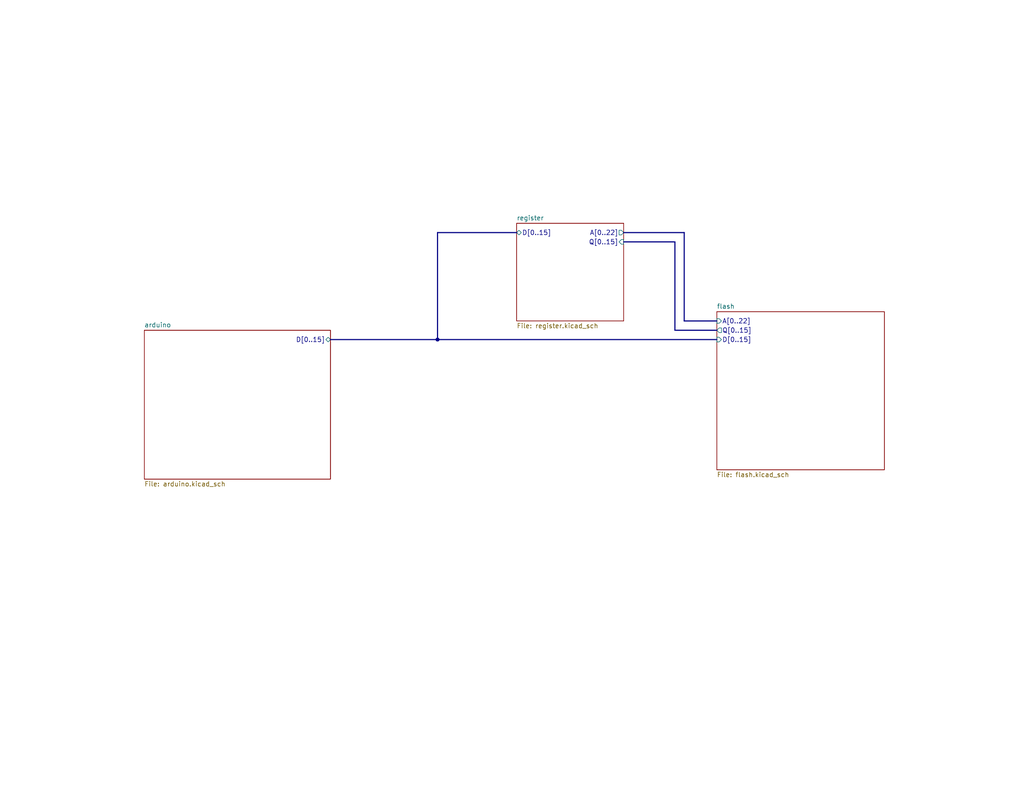
<source format=kicad_sch>
(kicad_sch (version 20230121) (generator eeschema)
  (paper "USLetter")
  (title_block (title "reader00 Shield") (rev "1") (company "rwilliaise"))
  (lib_symbols)
  (junction (at 119.38 92.71))
  (bus (pts (xy 170.18 63.5) (xy 186.69 63.5)))
  (bus (pts (xy 184.15 90.17) (xy 184.15 66.04)))
  (bus (pts (xy 90.17 92.71) (xy 119.38 92.71)))
  (bus (pts (xy 195.58 90.17) (xy 184.15 90.17)))
  (bus (pts (xy 119.38 92.71) (xy 195.58 92.71)))
  (bus (pts (xy 119.38 63.5) (xy 119.38 92.71)))
  (bus (pts (xy 186.69 87.63) (xy 195.58 87.63)))
  (bus (pts (xy 184.15 66.04) (xy 170.18 66.04)))
  (bus (pts (xy 119.38 63.5) (xy 140.97 63.5)))
  (bus (pts (xy 186.69 63.5) (xy 186.69 87.63)))
  (sheet (at 39.37 90.17) (size 50.8 40.64) (stroke (width 0.1524))
    (property "Sheetname" "arduino" (at 39.37 89.4584 0) (effects (justify left bottom)))
    (property "Sheetfile" "arduino.kicad_sch" (at 39.37 131.3946 0) (effects (justify left top)))
    (pin "D[0..15]" bidirectional (at 90.17 92.71 0))
  )
  (sheet (at 195.58 85.09) (size 45.72 43.18) (stroke (width 0.1524))
    (property "Sheetname" "flash" (at 195.58 84.3784 0) (effects (justify left bottom)))
    (property "Sheetfile" "flash.kicad_sch" (at 195.58 128.8546 0) (effects (justify left top)))
    (pin "D[0..15]" input (at 195.58 92.71 180))
    (pin "Q[0..15]" output (at 195.58 90.17 180))
    (pin "A[0..22]" input (at 195.58 87.63 180))
  )
  (sheet (at 140.97 60.96) (size 29.21 26.67) (stroke (width 0.1524))
    (property "Sheetname" "register" (at 140.97 60.2484 0) (effects (justify left bottom)))
    (property "Sheetfile" "register.kicad_sch" (at 140.97 88.2146 0) (effects (justify left top)))
    (pin "A[0..22]" output (at 170.18 63.5 0))
    (pin "Q[0..15]" input (at 170.18 66.04 0))
    (pin "D[0..15]" bidirectional (at 140.97 63.5 180))
  )
)
</source>
